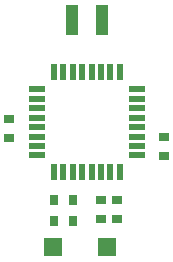
<source format=gtp>
G04*
G04 #@! TF.GenerationSoftware,Altium Limited,Altium Designer,21.0.8 (223)*
G04*
G04 Layer_Color=8421504*
%FSLAX25Y25*%
%MOIN*%
G70*
G04*
G04 #@! TF.SameCoordinates,D91FEFE4-16E7-4BF4-AD38-342E90C75360*
G04*
G04*
G04 #@! TF.FilePolarity,Positive*
G04*
G01*
G75*
%ADD18R,0.03937X0.09843*%
%ADD19R,0.05709X0.02165*%
%ADD20R,0.02165X0.05709*%
%ADD21R,0.03543X0.02756*%
%ADD22R,0.02756X0.03543*%
%ADD23R,0.05906X0.05906*%
D18*
X48500Y-6000D02*
D03*
X38500D02*
D03*
D19*
X26673Y-51024D02*
D03*
Y-47874D02*
D03*
Y-44724D02*
D03*
Y-41575D02*
D03*
Y-38425D02*
D03*
Y-35276D02*
D03*
Y-32126D02*
D03*
Y-28976D02*
D03*
X59941D02*
D03*
Y-32126D02*
D03*
Y-35276D02*
D03*
Y-38425D02*
D03*
Y-41575D02*
D03*
Y-44724D02*
D03*
Y-47874D02*
D03*
Y-51024D02*
D03*
D20*
X32283Y-23366D02*
D03*
X35433D02*
D03*
X38583D02*
D03*
X41732D02*
D03*
X44882D02*
D03*
X48031D02*
D03*
X51181D02*
D03*
X54331D02*
D03*
Y-56634D02*
D03*
X51181D02*
D03*
X48031D02*
D03*
X44882D02*
D03*
X41732D02*
D03*
X38583D02*
D03*
X35433D02*
D03*
X32283D02*
D03*
D21*
X48000Y-72110D02*
D03*
Y-65890D02*
D03*
X53500D02*
D03*
Y-72110D02*
D03*
X69000Y-44890D02*
D03*
Y-51110D02*
D03*
X17500Y-38890D02*
D03*
Y-45110D02*
D03*
D22*
X32390Y-66000D02*
D03*
X38610D02*
D03*
X38610Y-73000D02*
D03*
X32390D02*
D03*
D23*
X50000Y-81500D02*
D03*
X32000D02*
D03*
M02*

</source>
